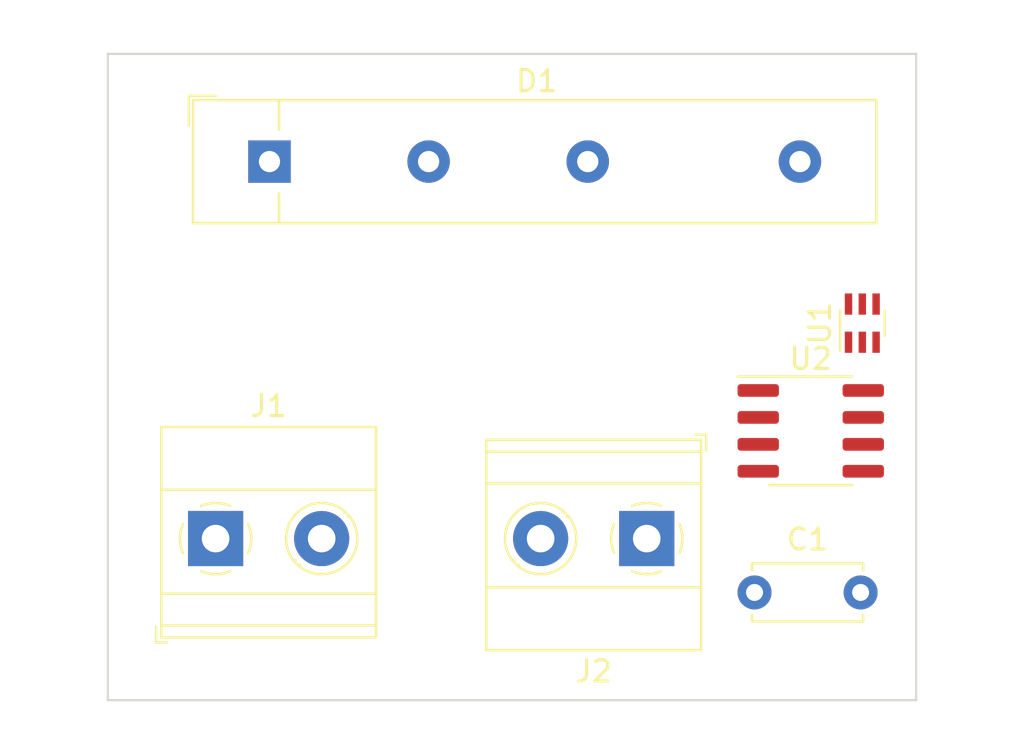
<source format=kicad_pcb>
(kicad_pcb (version 20211014) (generator pcbnew)
  (layers (0 "F.Cu" signal) (31 "B.Cu" signal) (34 "B.Paste" user) (35 "F.Paste" user) (36 "B.SilkS" user "B.Silkscreen") (37 "F.SilkS" user "F.Silkscreen") (38 "B.Mask" user) (39 "F.Mask" user) (44 "Edge.Cuts" user))
  (net 0 "")
  (net 1 "Net-(C1-Pad1)")
  (net 2 "Net-(C1-Pad2)")
  (net 3 "Net-(D1-Pad2)")
  (net 4 "Net-(D1-Pad3)")
  (net 5 "Net-(J1-Pad1)")
  (net 6 "Net-(J1-Pad2)")
  (net 7 "Net-(J2-Pad1)")
  (footprint "Package_SO:SOIC-8_3.9x4.9mm_P1.27mm" (layer "F.Cu") (at 132.19 99.06)
    (fp_text reference "U2" (at 0 -3.4) (layer "F.SilkS"))
    (fp_text value "L78L12_SO8")
    (fp_line (start 0 2.56) (end -1.95 2.56) (layer "F.SilkS") (width 0.12))
    (fp_line (start 0 -2.56) (end 1.95 -2.56) (layer "F.SilkS") (width 0.12))
    (fp_line (start 0 2.56) (end 1.95 2.56) (layer "F.SilkS") (width 0.12))
    (fp_line (start 0 -2.56) (end -3.45 -2.56) (layer "F.SilkS") (width 0.12))
    (pad "1" smd roundrect (at -2.475 -1.905) (size 1.95 0.6) (layers "F.Cu" "F.Paste" "F.Mask") (net 7 "Net-(J2-Pad1)"))
    (pad "2" smd roundrect (at -2.475 -0.635) (size 1.95 0.6) (layers "F.Cu" "F.Paste" "F.Mask") (net 2 "Net-(C1-Pad2)"))
    (pad "3" smd roundrect (at -2.475 0.635) (size 1.95 0.6) (layers "F.Cu" "F.Paste" "F.Mask") (net 2 "Net-(C1-Pad2)"))
    (pad "4" smd roundrect (at -2.475 1.905) (size 1.95 0.6) (layers "F.Cu" "F.Paste" "F.Mask"))
    (pad "5" smd roundrect (at 2.475 1.905) (size 1.95 0.6) (layers "F.Cu" "F.Paste" "F.Mask"))
    (pad "6" smd roundrect (at 2.475 0.635) (size 1.95 0.6) (layers "F.Cu" "F.Paste" "F.Mask") (net 2 "Net-(C1-Pad2)"))
    (pad "7" smd roundrect (at 2.475 -0.635) (size 1.95 0.6) (layers "F.Cu" "F.Paste" "F.Mask") (net 2 "Net-(C1-Pad2)"))
    (pad "8" smd roundrect (at 2.475 -1.905) (size 1.95 0.6) (layers "F.Cu" "F.Paste" "F.Mask") (net 1 "Net-(C1-Pad1)"))
  )
  (footprint "RF_Converter:Balun_Johanson_0896BM15A0001" (layer "F.Cu") (at 134.62 93.98 90)
    (fp_text reference "U1" (at 0 -2 90) (layer "F.SilkS"))
    (fp_text value "0433BM15A0001")
    (fp_line (start -1.3 -1.05) (end 0.6 -1.05) (layer "F.SilkS") (width 0.12))
    (fp_line (start -0.6 1.05) (end 0.6 1.05) (layer "F.SilkS") (width 0.12))
    (pad "1" smd rect (at -0.9 -0.65 90) (size 1 0.35) (layers "F.Cu" "F.Paste" "F.Mask") (net 6 "Net-(J1-Pad2)") (clearance 0.2))
    (pad "2" smd rect (at -0.9 0 90) (size 1 0.35) (layers "F.Cu" "F.Paste" "F.Mask") (net 5 "Net-(J1-Pad1)"))
    (pad "3" smd rect (at -0.9 0.65 90) (size 1 0.35) (layers "F.Cu" "F.Paste" "F.Mask") (net 3 "Net-(D1-Pad2)") (clearance 0.2))
    (pad "4" smd rect (at 0.9 0.65 90) (size 1 0.35) (layers "F.Cu" "F.Paste" "F.Mask") (net 4 "Net-(D1-Pad3)") (clearance 0.2))
    (pad "5" smd rect (at 0.9 0 90) (size 1 0.35) (layers "F.Cu" "F.Paste" "F.Mask") (net 5 "Net-(J1-Pad1)"))
    (pad "6" smd rect (at 0.9 -0.65 90) (size 1 0.35) (layers "F.Cu" "F.Paste" "F.Mask") (net 5 "Net-(J1-Pad1)") (clearance 0.2))
  )
  (footprint "TerminalBlock_Phoenix:TerminalBlock_Phoenix_MKDS-1,5-2_1x02_P5.00mm_Horizontal" (layer "F.Cu") (at 124.46 104.14 180)
    (fp_text reference "J2" (at 2.5 -6.26) (layer "F.SilkS"))
    (fp_text value "Screw_Terminal_01x02")
    (fp_line (start 3.966 1.239) (end 3.931 1.274) (layer "F.SilkS") (width 0.12))
    (fp_line (start 6.275 -1.069) (end 6.228 -1.023) (layer "F.SilkS") (width 0.12))
    (fp_line (start -2.8 4.16) (end -2.8 4.9) (layer "F.SilkS") (width 0.12))
    (fp_line (start -2.56 -5.261) (end -2.56 4.66) (layer "F.SilkS") (width 0.12))
    (fp_line (start 7.56 -5.261) (end 7.56 4.66) (layer "F.SilkS") (width 0.12))
    (fp_line (start -2.56 2.6) (end 7.56 2.6) (layer "F.SilkS") (width 0.12))
    (fp_line (start -2.56 -5.261) (end 7.56 -5.261) (layer "F.SilkS") (width 0.12))
    (fp_line (start -2.56 4.1) (end 7.56 4.1) (layer "F.SilkS") (width 0.12))
    (fp_line (start -2.8 4.9) (end -2.3 4.9) (layer "F.SilkS") (width 0.12))
    (fp_line (start 6.07 -1.275) (end 6.035 -1.239) (layer "F.SilkS") (width 0.12))
    (fp_line (start 3.773 1.023) (end 3.726 1.069) (layer "F.SilkS") (width 0.12))
    (fp_line (start -2.56 -2.301) (end 7.56 -2.301) (layer "F.SilkS") (width 0.12))
    (fp_line (start -2.56 4.66) (end 7.56 4.66) (layer "F.SilkS") (width 0.12))
    (fp_arc (start -1.535427 0.683042) (mid -1.680501 -0.000524) (end -1.535 -0.684) (layer "F.SilkS") (width 0.12))
    (fp_arc (start 0.683318 1.534756) (mid 0.349292 1.643288) (end 0 1.68) (layer "F.SilkS") (width 0.12))
    (fp_arc (start 0.028805 1.680253) (mid -0.335551 1.646659) (end -0.684 1.535) (layer "F.SilkS") (width 0.12))
    (fp_arc (start -0.683042 -1.535427) (mid 0.000524 -1.680501) (end 0.684 -1.535) (layer "F.SilkS") (width 0.12))
    (fp_arc (start 1.535427 -0.683042) (mid 1.680501 0.000524) (end 1.535 0.684) (layer "F.SilkS") (width 0.12))
    (fp_circle (center 5 0) (end 6.68 0) (layer "F.SilkS") (width 0.12) (fill none))
    (pad "1" thru_hole rect (at 0 0 180) (size 2.6 2.6) (drill 1.3) (layers *.Cu *.Mask) (net 7 "Net-(J2-Pad1)"))
    (pad "2" thru_hole circle (at 5 0 180) (size 2.6 2.6) (drill 1.3) (layers *.Cu *.Mask) (net 2 "Net-(C1-Pad2)"))
  )
  (footprint "Capacitor_THT:C_Disc_D5.0mm_W2.5mm_P5.00mm" (layer "F.Cu") (at 129.54 106.68)
    (fp_text reference "C1" (at 2.5 -2.5) (layer "F.SilkS"))
    (fp_text value "100n")
    (fp_line (start 5.12 -1.37) (end 5.12 -1.055) (layer "F.SilkS") (width 0.12))
    (fp_line (start -0.12 1.37) (end 5.12 1.37) (layer "F.SilkS") (width 0.12))
    (fp_line (start 5.12 1.055) (end 5.12 1.37) (layer "F.SilkS") (width 0.12))
    (fp_line (start -0.12 1.055) (end -0.12 1.37) (layer "F.SilkS") (width 0.12))
    (fp_line (start -0.12 -1.37) (end -0.12 -1.055) (layer "F.SilkS") (width 0.12))
    (fp_line (start -0.12 -1.37) (end 5.12 -1.37) (layer "F.SilkS") (width 0.12))
    (pad "1" thru_hole circle (at 0 0) (size 1.6 1.6) (drill 0.8) (layers *.Cu *.Mask) (net 1 "Net-(C1-Pad1)"))
    (pad "2" thru_hole circle (at 5 0) (size 1.6 1.6) (drill 0.8) (layers *.Cu *.Mask) (net 2 "Net-(C1-Pad2)"))
  )
  (footprint "TerminalBlock_Phoenix:TerminalBlock_Phoenix_MKDS-1,5-2_1x02_P5.00mm_Horizontal" (layer "F.Cu") (at 104.14 104.14)
    (fp_text reference "J1" (at 2.5 -6.26) (layer "F.SilkS"))
    (fp_text value "Screw_Terminal_01x02")
    (fp_line (start -2.8 4.16) (end -2.8 4.9) (layer "F.SilkS") (width 0.12))
    (fp_line (start -2.56 -5.261) (end -2.56 4.66) (layer "F.SilkS") (width 0.12))
    (fp_line (start -2.56 2.6) (end 7.56 2.6) (layer "F.SilkS") (width 0.12))
    (fp_line (start -2.56 -2.301) (end 7.56 -2.301) (layer "F.SilkS") (width 0.12))
    (fp_line (start 6.275 -1.069) (end 6.228 -1.023) (layer "F.SilkS") (width 0.12))
    (fp_line (start -2.56 -5.261) (end 7.56 -5.261) (layer "F.SilkS") (width 0.12))
    (fp_line (start -2.56 4.1) (end 7.56 4.1) (layer "F.SilkS") (width 0.12))
    (fp_line (start -2.8 4.9) (end -2.3 4.9) (layer "F.SilkS") (width 0.12))
    (fp_line (start 3.966 1.239) (end 3.931 1.274) (layer "F.SilkS") (width 0.12))
    (fp_line (start 7.56 -5.261) (end 7.56 4.66) (layer "F.SilkS") (width 0.12))
    (fp_line (start 6.07 -1.275) (end 6.035 -1.239) (layer "F.SilkS") (width 0.12))
    (fp_line (start 3.773 1.023) (end 3.726 1.069) (layer "F.SilkS") (width 0.12))
    (fp_line (start -2.56 4.66) (end 7.56 4.66) (layer "F.SilkS") (width 0.12))
    (fp_arc (start 0.028805 1.680253) (mid -0.335551 1.646659) (end -0.684 1.535) (layer "F.SilkS") (width 0.12))
    (fp_arc (start 1.535427 -0.683042) (mid 1.680501 0.000524) (end 1.535 0.684) (layer "F.SilkS") (width 0.12))
    (fp_arc (start 0.683318 1.534756) (mid 0.349292 1.643288) (end 0 1.68) (layer "F.SilkS") (width 0.12))
    (fp_arc (start -0.683042 -1.535427) (mid 0.000524 -1.680501) (end 0.684 -1.535) (layer "F.SilkS") (width 0.12))
    (fp_arc (start -1.535427 0.683042) (mid -1.680501 -0.000524) (end -1.535 -0.684) (layer "F.SilkS") (width 0.12))
    (fp_circle (center 5 0) (end 6.68 0) (layer "F.SilkS") (width 0.12) (fill none))
    (pad "1" thru_hole rect (at 0 0) (size 2.6 2.6) (drill 1.3) (layers *.Cu *.Mask) (net 5 "Net-(J1-Pad1)"))
    (pad "2" thru_hole circle (at 5 0) (size 2.6 2.6) (drill 1.3) (layers *.Cu *.Mask) (net 6 "Net-(J1-Pad2)"))
  )
  (footprint "Diode_THT:Diode_Bridge_32.0x5.6x17.0mm_P10.0mm_P7.5mm" (layer "F.Cu") (at 106.68 86.36)
    (fp_text reference "D1" (at 12.6 -3.8 180) (layer "F.SilkS"))
    (fp_text value "B40C5000-3x00A")
    (fp_line (start 0.45 2.9) (end 0.45 1.5) (layer "F.SilkS") (width 0.12))
    (fp_line (start -3.8 -3.1) (end -2.5 -3.1) (layer "F.SilkS") (width 0.12))
    (fp_line (start -3.6 -2.9) (end 28.6 -2.9) (layer "F.SilkS") (width 0.12))
    (fp_line (start 0.45 -2.9) (end 0.45 -1.5) (layer "F.SilkS") (width 0.12))
    (fp_line (start 28.6 -2.9) (end 28.6 2.9) (layer "F.SilkS") (width 0.12))
    (fp_line (start 28.6 2.9) (end -3.6 2.9) (layer "F.SilkS") (width 0.12))
    (fp_line (start -3.8 -1.7) (end -3.8 -3.1) (layer "F.SilkS") (width 0.12))
    (fp_line (start -3.6 2.9) (end -3.6 -2.9) (layer "F.SilkS") (width 0.12))
    (pad "1" thru_hole rect (at 0 0) (size 2 2) (drill 1) (layers *.Cu *.Mask) (net 2 "Net-(C1-Pad2)"))
    (pad "2" thru_hole circle (at 7.5 0) (size 2 2) (drill 1) (layers *.Cu *.Mask) (net 3 "Net-(D1-Pad2)"))
    (pad "3" thru_hole circle (at 15 0) (size 2 2) (drill 1) (layers *.Cu *.Mask) (net 4 "Net-(D1-Pad3)"))
    (pad "4" thru_hole circle (at 25 0) (size 2 2) (drill 1) (layers *.Cu *.Mask) (net 1 "Net-(C1-Pad1)"))
  )
  (gr_line (start 99.06 81.28) (end 137.16 81.28) (layer "Edge.Cuts") (width 0.1))
  (gr_line (start 137.16 111.76) (end 137.16 81.28) (layer "Edge.Cuts") (width 0.1))
  (gr_line (start 99.06 81.28) (end 99.06 111.76) (layer "Edge.Cuts") (width 0.1))
  (gr_line (start 99.06 111.76) (end 137.16 111.76) (layer "Edge.Cuts") (width 0.1))
)
</source>
